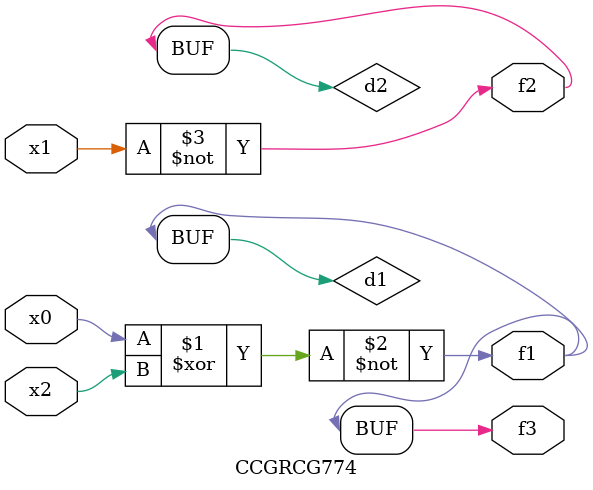
<source format=v>
module CCGRCG774(
	input x0, x1, x2,
	output f1, f2, f3
);

	wire d1, d2, d3;

	xnor (d1, x0, x2);
	nand (d2, x1);
	nor (d3, x1, x2);
	assign f1 = d1;
	assign f2 = d2;
	assign f3 = d1;
endmodule

</source>
